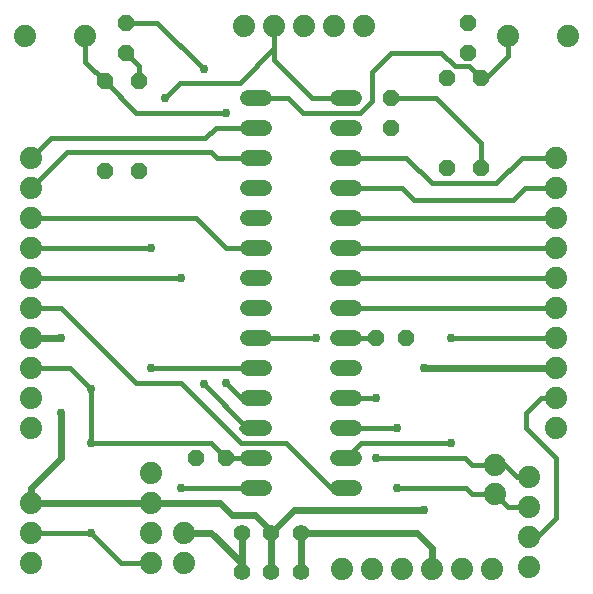
<source format=gbr>
G04 EAGLE Gerber RS-274X export*
G75*
%MOMM*%
%FSLAX34Y34*%
%LPD*%
%INTop Copper*%
%IPPOS*%
%AMOC8*
5,1,8,0,0,1.08239X$1,22.5*%
G01*
%ADD10P,1.429621X8X292.500000*%
%ADD11P,1.429621X8X22.500000*%
%ADD12P,1.429621X8X202.500000*%
%ADD13P,1.429621X8X112.500000*%
%ADD14C,1.320800*%
%ADD15C,1.879600*%
%ADD16C,1.408000*%
%ADD17C,0.609600*%
%ADD18C,0.406400*%
%ADD19C,0.756400*%


D10*
X330200Y419100D03*
X330200Y393700D03*
D11*
X317500Y215900D03*
X342900Y215900D03*
D12*
X190500Y114300D03*
X165100Y114300D03*
D10*
X394970Y482600D03*
X394970Y457200D03*
X105410Y482600D03*
X105410Y457200D03*
D13*
X377190Y359410D03*
X377190Y435610D03*
X116840Y356870D03*
X116840Y433070D03*
D10*
X406400Y435610D03*
X406400Y359410D03*
X87630Y433070D03*
X87630Y356870D03*
D14*
X209296Y419100D02*
X222504Y419100D01*
X222504Y393700D02*
X209296Y393700D01*
X209296Y368300D02*
X222504Y368300D01*
X222504Y342900D02*
X209296Y342900D01*
X209296Y317500D02*
X222504Y317500D01*
X222504Y292100D02*
X209296Y292100D01*
X209296Y266700D02*
X222504Y266700D01*
X222504Y241300D02*
X209296Y241300D01*
X209296Y215900D02*
X222504Y215900D01*
X222504Y190500D02*
X209296Y190500D01*
X209296Y165100D02*
X222504Y165100D01*
X222504Y139700D02*
X209296Y139700D01*
X209296Y114300D02*
X222504Y114300D01*
X222504Y88900D02*
X209296Y88900D01*
X285496Y88900D02*
X298704Y88900D01*
X298704Y114300D02*
X285496Y114300D01*
X285496Y139700D02*
X298704Y139700D01*
X298704Y165100D02*
X285496Y165100D01*
X285496Y190500D02*
X298704Y190500D01*
X298704Y215900D02*
X285496Y215900D01*
X285496Y241300D02*
X298704Y241300D01*
X298704Y266700D02*
X285496Y266700D01*
X285496Y292100D02*
X298704Y292100D01*
X298704Y317500D02*
X285496Y317500D01*
X285496Y342900D02*
X298704Y342900D01*
X298704Y368300D02*
X285496Y368300D01*
X285496Y393700D02*
X298704Y393700D01*
X298704Y419100D02*
X285496Y419100D01*
D15*
X417830Y107950D03*
X417830Y83820D03*
X469900Y368300D03*
X469900Y342900D03*
X469900Y317500D03*
X469900Y292100D03*
X469900Y266700D03*
X469900Y241300D03*
X469900Y215900D03*
X469900Y190500D03*
X469900Y165100D03*
X469900Y139700D03*
X25400Y241300D03*
X25400Y215900D03*
X25400Y190500D03*
X25400Y165100D03*
X25400Y139700D03*
X25400Y368300D03*
X25400Y342900D03*
X25400Y317500D03*
X25400Y292100D03*
X25400Y266700D03*
X25400Y76200D03*
X25400Y50800D03*
X25400Y25400D03*
X154940Y25400D03*
X154940Y50800D03*
D16*
X203600Y50790D03*
X228600Y50790D03*
X253600Y50790D03*
X253600Y17790D03*
X228600Y17790D03*
X203600Y17790D03*
D15*
X127000Y25400D03*
X127000Y50800D03*
X127000Y76200D03*
X127000Y101600D03*
X415290Y20320D03*
X389890Y20320D03*
X364490Y20320D03*
X339090Y20320D03*
X313690Y20320D03*
X288290Y20320D03*
X205740Y480060D03*
X231140Y480060D03*
X256540Y480060D03*
X281940Y480060D03*
X307340Y480060D03*
X447040Y21590D03*
X447040Y46990D03*
X447040Y72390D03*
X447040Y97790D03*
X429260Y471170D03*
X480060Y471170D03*
X71120Y471170D03*
X20320Y471170D03*
D17*
X203600Y50790D02*
X203600Y17790D01*
X177800Y50800D02*
X154940Y50800D01*
X177800Y50800D02*
X203600Y25000D01*
X203600Y17790D01*
D18*
X215900Y114300D02*
X190500Y114300D01*
X330200Y419100D02*
X368300Y419100D01*
X406400Y381000D01*
X406400Y359410D01*
X447040Y46990D02*
X453390Y46990D01*
X469900Y63500D01*
X469900Y114300D01*
X444500Y139700D01*
X444500Y152400D01*
X457200Y165100D01*
X469900Y165100D01*
X127000Y25400D02*
X101600Y25400D01*
X76200Y50800D01*
D19*
X76200Y50800D03*
X76200Y127000D03*
D18*
X76200Y50800D02*
X25400Y50800D01*
X177800Y127000D02*
X190500Y114300D01*
X177800Y127000D02*
X76200Y127000D01*
X58420Y190500D02*
X25400Y190500D01*
D19*
X76200Y172720D03*
D18*
X58420Y190500D01*
X76200Y172720D02*
X76200Y127000D01*
D19*
X138430Y419100D03*
D18*
X151130Y431800D01*
X201930Y431800D01*
X231140Y461010D01*
X231140Y480060D01*
X231140Y450850D02*
X262890Y419100D01*
X231140Y450850D02*
X231140Y480060D01*
X262890Y419100D02*
X292100Y419100D01*
D17*
X253600Y50790D02*
X253600Y17790D01*
X364490Y20320D02*
X364490Y38100D01*
X351790Y50800D01*
X253610Y50800D01*
X253600Y50790D01*
D18*
X116840Y445770D02*
X105410Y457200D01*
X116840Y445770D02*
X116840Y433070D01*
X292100Y215900D02*
X317500Y215900D01*
X429260Y454660D02*
X429260Y471170D01*
X410210Y435610D02*
X406400Y435610D01*
X410210Y435610D02*
X429260Y454660D01*
X218440Y419100D02*
X215900Y419100D01*
X396240Y445770D02*
X406400Y435610D01*
X383938Y445770D02*
X372508Y457200D01*
X383938Y445770D02*
X396240Y445770D01*
X242570Y419100D02*
X215900Y419100D01*
X242570Y419100D02*
X255270Y406400D01*
X313690Y416560D02*
X313690Y440690D01*
X330200Y457200D01*
X372508Y457200D01*
X303530Y406400D02*
X255270Y406400D01*
X303530Y406400D02*
X313690Y416560D01*
X215900Y139700D02*
X203200Y139700D01*
X208280Y139700D02*
X215900Y139700D01*
X208280Y139700D02*
X171450Y176530D01*
D19*
X171450Y176530D03*
X171450Y443230D03*
D18*
X132080Y482600D01*
X105410Y482600D01*
X71120Y471170D02*
X71120Y449580D01*
X87630Y433070D01*
X203200Y165100D02*
X215900Y165100D01*
X203200Y165100D02*
X190500Y177800D01*
D19*
X190500Y177800D03*
X190500Y406400D03*
D18*
X114300Y406400D01*
X87630Y433070D01*
X292100Y165100D02*
X317500Y165100D01*
D19*
X317500Y165100D03*
X317500Y114300D03*
D18*
X392430Y114300D01*
X398780Y107950D01*
X417830Y107950D01*
X426720Y107950D01*
X436880Y97790D01*
X447040Y97790D01*
X398780Y83820D02*
X393700Y88900D01*
X398780Y83820D02*
X417830Y83820D01*
X429260Y72390D01*
X447040Y72390D01*
D19*
X335280Y139700D03*
X335280Y88900D03*
D18*
X335280Y139700D02*
X292100Y139700D01*
X335280Y88900D02*
X393700Y88900D01*
X266700Y215900D02*
X215900Y215900D01*
D19*
X266700Y215900D03*
D18*
X215900Y393700D02*
X181610Y393700D01*
X172720Y384810D01*
X41910Y384810D01*
X25400Y368300D01*
X182880Y368300D02*
X215900Y368300D01*
X182880Y368300D02*
X177800Y373380D01*
X55880Y373380D01*
X25400Y342900D01*
X190500Y292100D02*
X215900Y292100D01*
X190500Y292100D02*
X165100Y317500D01*
X25400Y317500D01*
X127000Y190500D02*
X215900Y190500D01*
D19*
X127000Y190500D03*
X127000Y292100D03*
D18*
X25400Y292100D01*
X152400Y88900D02*
X215900Y88900D01*
D19*
X152400Y88900D03*
X152400Y266700D03*
D18*
X25400Y266700D01*
X292100Y114300D02*
X304800Y127000D01*
D19*
X381000Y127000D03*
X381000Y215900D03*
D18*
X469900Y215900D01*
X381000Y127000D02*
X304800Y127000D01*
X292100Y88900D02*
X279400Y88900D01*
X241300Y127000D01*
X203200Y127000D01*
X152400Y177800D01*
X114300Y177800D01*
X50800Y241300D01*
X25400Y241300D01*
X292100Y241300D02*
X469900Y241300D01*
X469900Y266700D02*
X292100Y266700D01*
X292100Y292100D02*
X469900Y292100D01*
X469900Y317500D02*
X292100Y317500D01*
X339090Y342900D02*
X349250Y332740D01*
X433070Y332740D02*
X443230Y342900D01*
X469900Y342900D01*
X339090Y342900D02*
X292100Y342900D01*
X349250Y332740D02*
X433070Y332740D01*
X342900Y368300D02*
X292100Y368300D01*
X342900Y368300D02*
X364490Y346710D01*
X419100Y346710D01*
X440690Y368300D01*
X469900Y368300D01*
D17*
X228600Y50790D02*
X228600Y17790D01*
X185420Y76200D02*
X127000Y76200D01*
X185420Y76200D02*
X195580Y66040D01*
X214630Y66040D01*
X228600Y52070D01*
X228600Y50790D01*
X247660Y69850D01*
X342900Y69850D01*
X345440Y69850D01*
X127000Y76200D02*
X25400Y76200D01*
X25400Y215900D02*
X50800Y215900D01*
D19*
X50800Y215900D03*
X50800Y152400D03*
D17*
X50800Y114300D01*
X25400Y88900D01*
X25400Y76200D01*
X345440Y69850D02*
X358140Y69850D01*
D19*
X358140Y69850D03*
X358140Y190500D03*
D17*
X469900Y190500D01*
M02*

</source>
